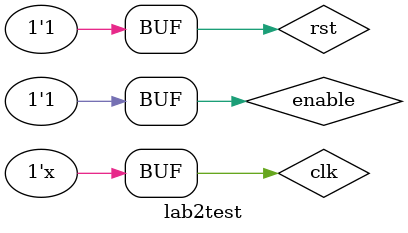
<source format=v>

module lab2tff(

input t,
input clk,
input clr,
output reg q // T F/F 의 포트 선언
);
wire D; // T F/F 에 필요한 임시 데이터 선언
initial
begin
 q <= 1'b0; // q 에 초기값 0 저장
end
assign D = t ^ q; // D 에 t와 q의 xor 값 저장

always@(posedge clk) // synchronous
begin
        if(~clr) // active low reset
            q <= 1'b0;
        else q <=  D; // clr가 1이면 q = 0을 넣고 그렇지 않으면 q = D
end

endmodule


module lab2counter(
input wire enable,
input wire clk,
input wire rst,
output wire q0,
output wire q1,
output wire q2,
output wire q3,
output wire q4,
output wire q5,
output wire q6,
output wire q7 // counter의 포트 선언
);


lab2tff t1(.t(enable), .clk(clk), .clr(rst), .q(q0)); // module instantiation 에서, 첫번째 T F/F에 인풋 enable을 넣음
lab2tff t2(.t(q0), .clk(clk), .clr(rst), .q(q1));  // 두번째 T F/F의 인풋에 첫번째 T F/F의 output을 넣음
lab2tff t3(.t(q1 && q0), .clk(clk), .clr(rst), .q(q2)); // 8비트 숫자에서 뒤의 두자리 비트가 모두 1일 때 세번째 비트가 1이 되므로…
lab2tff t4(.t(q2 && q1 && q0), .clk(clk), .clr(rst), .q(q3)); // 마찬가지로 1,2,3 비트 모두 1일 때 네번째 비트 1
lab2tff t5(.t(q3 && q2 && q1 && q0), .clk(clk), .clr(rst), .q(q4));
lab2tff t6(.t(q4 && q3 && q2 && q1 && q0), .clk(clk), .clr(rst), .q(q5));
lab2tff t7(.t(q5 && q4 && q3 && q2 && q1 && q0), .clk(clk), .clr(rst), .q(q6));
lab2tff t8(.t(q6 && q5 && q4 && q3 && q2 && q1 && q0), .clk(clk), .clr(rst), .q(q7)); // 8번째 비트까지 동일하게 작동



endmodule

module lab2test();
 reg clk;
 reg rst = 1;
 reg enable = 1; // test bench 에서의 input 값 설정

	wire q0;
	wire q1;
	wire q2;
	wire q3;
	wire q4;
	wire q5;
	wire q6;
	wire q7; // 각 자리의 비트 선언

lab2counter u(.clk(clk), 
.rst(rst), 
.enable(enable),
.q0(q0),
.q1(q1),
.q2(q2),
.q3(q3),
.q4(q4),
.q5(q5),
.q6(q6),
.q7(q7)
); // clk, rst, enable, 그리고 각 비트의 자릿수들을 counter module에 넣어줌

   initial begin
    #5 clk <= 1'b0;

   end

    always #5 clk=~clk;

endmodule

</source>
